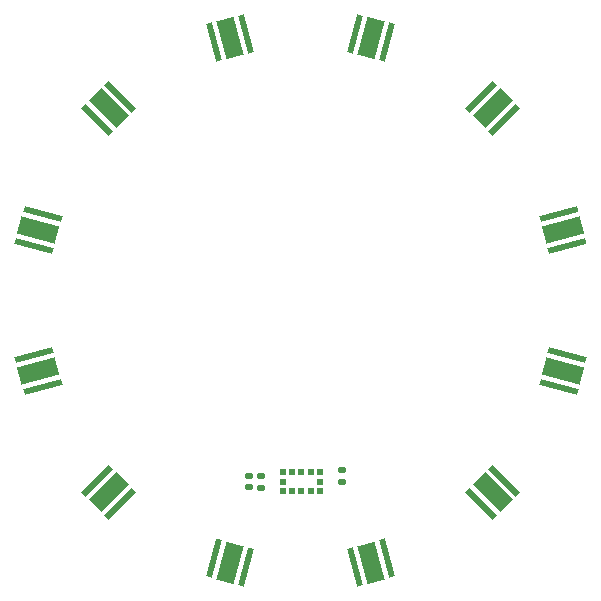
<source format=gbr>
%TF.GenerationSoftware,KiCad,Pcbnew,7.0.5*%
%TF.CreationDate,2023-06-26T09:34:37-04:00*%
%TF.ProjectId,ESP32Sensor-LED_board,45535033-3253-4656-9e73-6f722d4c4544,rev?*%
%TF.SameCoordinates,Original*%
%TF.FileFunction,Paste,Top*%
%TF.FilePolarity,Positive*%
%FSLAX46Y46*%
G04 Gerber Fmt 4.6, Leading zero omitted, Abs format (unit mm)*
G04 Created by KiCad (PCBNEW 7.0.5) date 2023-06-26 09:34:37*
%MOMM*%
%LPD*%
G01*
G04 APERTURE LIST*
G04 Aperture macros list*
%AMRoundRect*
0 Rectangle with rounded corners*
0 $1 Rounding radius*
0 $2 $3 $4 $5 $6 $7 $8 $9 X,Y pos of 4 corners*
0 Add a 4 corners polygon primitive as box body*
4,1,4,$2,$3,$4,$5,$6,$7,$8,$9,$2,$3,0*
0 Add four circle primitives for the rounded corners*
1,1,$1+$1,$2,$3*
1,1,$1+$1,$4,$5*
1,1,$1+$1,$6,$7*
1,1,$1+$1,$8,$9*
0 Add four rect primitives between the rounded corners*
20,1,$1+$1,$2,$3,$4,$5,0*
20,1,$1+$1,$4,$5,$6,$7,0*
20,1,$1+$1,$6,$7,$8,$9,0*
20,1,$1+$1,$8,$9,$2,$3,0*%
%AMRotRect*
0 Rectangle, with rotation*
0 The origin of the aperture is its center*
0 $1 length*
0 $2 width*
0 $3 Rotation angle, in degrees counterclockwise*
0 Add horizontal line*
21,1,$1,$2,0,0,$3*%
G04 Aperture macros list end*
%ADD10RotRect,1.500000X3.300000X345.000000*%
%ADD11RotRect,0.500000X3.300000X345.000000*%
%ADD12RotRect,1.500000X3.300000X165.000000*%
%ADD13RotRect,0.500000X3.300000X165.000000*%
%ADD14RotRect,1.500000X3.300000X105.000000*%
%ADD15RotRect,0.500000X3.300000X105.000000*%
%ADD16RotRect,1.500000X3.300000X225.000000*%
%ADD17RotRect,0.500000X3.300000X225.000000*%
%ADD18RotRect,1.500000X3.300000X285.000000*%
%ADD19RotRect,0.500000X3.300000X285.000000*%
%ADD20RotRect,1.500000X3.300000X15.000000*%
%ADD21RotRect,0.500000X3.300000X15.000000*%
%ADD22RotRect,1.500000X3.300000X255.000000*%
%ADD23RotRect,0.500000X3.300000X255.000000*%
%ADD24RotRect,1.500000X3.300000X45.000000*%
%ADD25RotRect,0.500000X3.300000X45.000000*%
%ADD26RoundRect,0.140000X0.170000X-0.140000X0.170000X0.140000X-0.170000X0.140000X-0.170000X-0.140000X0*%
%ADD27RotRect,1.500000X3.300000X75.000000*%
%ADD28RotRect,0.500000X3.300000X75.000000*%
%ADD29RotRect,1.500000X3.300000X195.000000*%
%ADD30RotRect,0.500000X3.300000X195.000000*%
%ADD31RoundRect,0.135000X0.185000X-0.135000X0.185000X0.135000X-0.185000X0.135000X-0.185000X-0.135000X0*%
%ADD32RotRect,1.500000X3.300000X135.000000*%
%ADD33RotRect,0.500000X3.300000X135.000000*%
%ADD34RotRect,1.500000X3.300000X315.000000*%
%ADD35RotRect,0.500000X3.300000X315.000000*%
%ADD36R,0.500000X0.500000*%
G04 APERTURE END LIST*
D10*
%TO.C,LED1*%
X5888200Y22354200D03*
D11*
X7237598Y21992630D03*
X4538802Y22715770D03*
%TD*%
D12*
%TO.C,LED12*%
X-6017400Y-22078400D03*
D13*
X-7366798Y-21716830D03*
X-4668002Y-22439970D03*
%TD*%
D14*
%TO.C,LED10*%
X-22280900Y-5814900D03*
D15*
X-22642470Y-4465502D03*
X-21919330Y-7164298D03*
%TD*%
D16*
%TO.C,LED8*%
X-16328100Y16401400D03*
D17*
X-17315928Y15413572D03*
X-15340272Y17389228D03*
%TD*%
D18*
%TO.C,LED3*%
X22151700Y6090800D03*
D19*
X22513270Y4741402D03*
X21790130Y7440198D03*
%TD*%
D20*
%TO.C,LED6*%
X5888200Y-22078400D03*
D21*
X7237598Y-21716830D03*
X4538802Y-22439970D03*
%TD*%
D22*
%TO.C,LED9*%
X-22280900Y6090800D03*
D23*
X-22642470Y4741402D03*
X-21919330Y7440198D03*
%TD*%
D24*
%TO.C,LED5*%
X16198900Y-16125500D03*
D25*
X17186728Y-15137672D03*
X15211072Y-17113328D03*
%TD*%
D26*
%TO.C,C9*%
X-3391000Y-15720000D03*
X-3391000Y-14760000D03*
%TD*%
D27*
%TO.C,LED4*%
X22151700Y-5814900D03*
D28*
X22513270Y-4465502D03*
X21790130Y-7164298D03*
%TD*%
D29*
%TO.C,LED7*%
X-6017400Y22354200D03*
D30*
X-7366798Y21992630D03*
X-4668002Y22715770D03*
%TD*%
D26*
%TO.C,C10*%
X-4407000Y-15692000D03*
X-4407000Y-14732000D03*
%TD*%
D31*
%TO.C,R13*%
X3429000Y-15242000D03*
X3429000Y-14222000D03*
%TD*%
D32*
%TO.C,LED11*%
X-16328000Y-16125500D03*
D33*
X-17315828Y-15137672D03*
X-15340172Y-17113328D03*
%TD*%
D34*
%TO.C,LED2*%
X16198900Y16401400D03*
D35*
X17186728Y15413572D03*
X15211072Y17389228D03*
%TD*%
D36*
%TO.C,U5*%
X-1599999Y-14439999D03*
X-800001Y-14439999D03*
X0Y-14439999D03*
X800001Y-14439999D03*
X1599999Y-14439999D03*
X1599999Y-15240000D03*
X1599999Y-16040001D03*
X800001Y-16040001D03*
X0Y-16040001D03*
X-800001Y-16040001D03*
X-1599999Y-16040001D03*
X-1599999Y-15240000D03*
%TD*%
M02*

</source>
